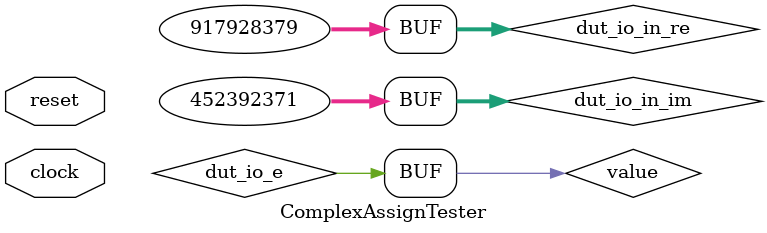
<source format=v>
module ComplexAssign(
  input         io_e,
  input  [31:0] io_in_re,
  input  [31:0] io_in_im,
  output [31:0] io_out_re,
  output [31:0] io_out_im
);
  assign io_out_re = io_e ? 32'h36b679bb : 32'h0; // @[ComplexAssign.scala 24:15 ComplexAssign.scala 27:15]
  assign io_out_im = io_e ? 32'h1af6f5b3 : 32'h0; // @[ComplexAssign.scala 25:15 ComplexAssign.scala 28:15]
endmodule
module ComplexAssignTester(
  input   clock,
  input   reset
);
  wire  dut_io_e; // @[ComplexAssign.scala 34:19]
  wire [31:0] dut_io_in_re; // @[ComplexAssign.scala 34:19]
  wire [31:0] dut_io_in_im; // @[ComplexAssign.scala 34:19]
  wire [31:0] dut_io_out_re; // @[ComplexAssign.scala 34:19]
  wire [31:0] dut_io_out_im; // @[ComplexAssign.scala 34:19]
  reg  value; // @[Counter.scala 29:33]
  reg [31:0] _RAND_0;
  wire  _T_2; // @[Counter.scala 38:22]
  wire [31:0] _T_4; // @[ComplexAssign.scala 38:41]
  wire  re_correct; // @[ComplexAssign.scala 38:34]
  wire [31:0] _T_5; // @[ComplexAssign.scala 39:41]
  wire  im_correct; // @[ComplexAssign.scala 39:34]
  wire  _T_6; // @[ComplexAssign.scala 40:21]
  wire  _T_8; // @[ComplexAssign.scala 40:9]
  wire  _T_9; // @[ComplexAssign.scala 40:9]
  wire  _T_11; // @[ComplexAssign.scala 42:9]
  ComplexAssign dut ( // @[ComplexAssign.scala 34:19]
    .io_e(dut_io_e),
    .io_in_re(dut_io_in_re),
    .io_in_im(dut_io_in_im),
    .io_out_re(dut_io_out_re),
    .io_out_im(dut_io_out_im)
  );
  assign _T_2 = value + 1'h1; // @[Counter.scala 38:22]
  assign _T_4 = dut_io_e ? dut_io_in_re : 32'h0; // @[ComplexAssign.scala 38:41]
  assign re_correct = dut_io_out_re == _T_4; // @[ComplexAssign.scala 38:34]
  assign _T_5 = dut_io_e ? dut_io_in_im : 32'h0; // @[ComplexAssign.scala 39:41]
  assign im_correct = dut_io_out_im == _T_5; // @[ComplexAssign.scala 39:34]
  assign _T_6 = re_correct & im_correct; // @[ComplexAssign.scala 40:21]
  assign _T_8 = _T_6 | reset; // @[ComplexAssign.scala 40:9]
  assign _T_9 = _T_8 == 1'h0; // @[ComplexAssign.scala 40:9]
  assign _T_11 = reset == 1'h0; // @[ComplexAssign.scala 42:9]
  assign dut_io_e = value; // @[ComplexAssign.scala 37:12]
  assign dut_io_in_re = 32'h36b679bb; // @[ComplexAssign.scala 35:16]
  assign dut_io_in_im = 32'h1af6f5b3; // @[ComplexAssign.scala 36:16]
`ifdef RANDOMIZE_GARBAGE_ASSIGN
`define RANDOMIZE
`endif
`ifdef RANDOMIZE_INVALID_ASSIGN
`define RANDOMIZE
`endif
`ifdef RANDOMIZE_REG_INIT
`define RANDOMIZE
`endif
`ifdef RANDOMIZE_MEM_INIT
`define RANDOMIZE
`endif
`ifndef RANDOM
`define RANDOM $random
`endif
`ifdef RANDOMIZE_MEM_INIT
  integer initvar;
`endif
initial begin
  `ifdef RANDOMIZE
    `ifdef INIT_RANDOM
      `INIT_RANDOM
    `endif
    `ifndef VERILATOR
      `ifdef RANDOMIZE_DELAY
        #`RANDOMIZE_DELAY begin end
      `else
        #0.002 begin end
      `endif
    `endif
  `ifdef RANDOMIZE_REG_INIT
  _RAND_0 = {1{`RANDOM}};
  value = _RAND_0[0:0];
  `endif // RANDOMIZE_REG_INIT
  `endif // RANDOMIZE
end
  always @(posedge clock) begin
    if (reset) begin
      value <= 1'h0;
    end else begin
      value <= _T_2;
    end
    `ifndef SYNTHESIS
    `ifdef PRINTF_COND
      if (`PRINTF_COND) begin
    `endif
        if (_T_9) begin
          $fwrite(32'h80000002,"Assertion failed\n    at ComplexAssign.scala:40 assert(re_correct && im_correct)\n"); // @[ComplexAssign.scala 40:9]
        end
    `ifdef PRINTF_COND
      end
    `endif
    `endif // SYNTHESIS
    `ifndef SYNTHESIS
    `ifdef STOP_COND
      if (`STOP_COND) begin
    `endif
        if (_T_9) begin
          $fatal; // @[ComplexAssign.scala 40:9]
        end
    `ifdef STOP_COND
      end
    `endif
    `endif // SYNTHESIS
    `ifndef SYNTHESIS
    `ifdef STOP_COND
      if (`STOP_COND) begin
    `endif
        if (value & _T_11) begin
          $finish; // @[ComplexAssign.scala 42:9]
        end
    `ifdef STOP_COND
      end
    `endif
    `endif // SYNTHESIS
  end
endmodule

</source>
